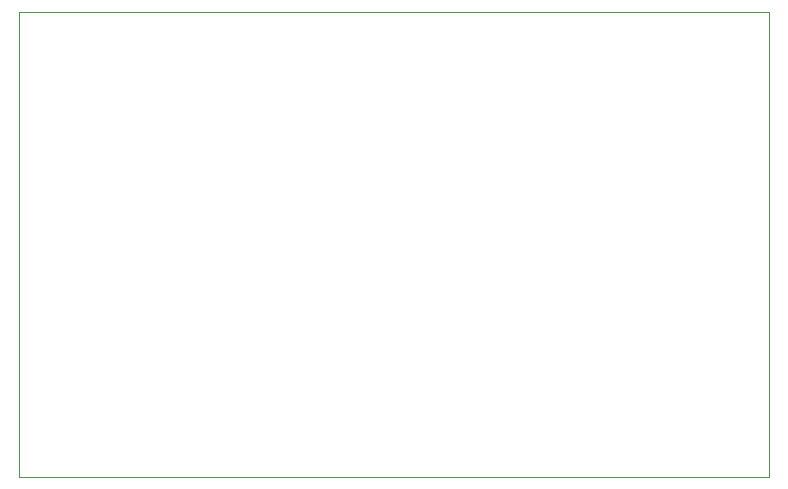
<source format=gbr>
%TF.GenerationSoftware,KiCad,Pcbnew,(5.1.9)-1*%
%TF.CreationDate,2022-04-08T15:27:02-04:00*%
%TF.ProjectId,OffsetPCB,4f666673-6574-4504-9342-2e6b69636164,rev?*%
%TF.SameCoordinates,Original*%
%TF.FileFunction,Profile,NP*%
%FSLAX46Y46*%
G04 Gerber Fmt 4.6, Leading zero omitted, Abs format (unit mm)*
G04 Created by KiCad (PCBNEW (5.1.9)-1) date 2022-04-08 15:27:02*
%MOMM*%
%LPD*%
G01*
G04 APERTURE LIST*
%TA.AperFunction,Profile*%
%ADD10C,0.050000*%
%TD*%
G04 APERTURE END LIST*
D10*
X176530000Y-69850000D02*
X113030000Y-69850000D01*
X176530000Y-109220000D02*
X176530000Y-69850000D01*
X113030000Y-109220000D02*
X176530000Y-109220000D01*
X113030000Y-69850000D02*
X113030000Y-109220000D01*
M02*

</source>
